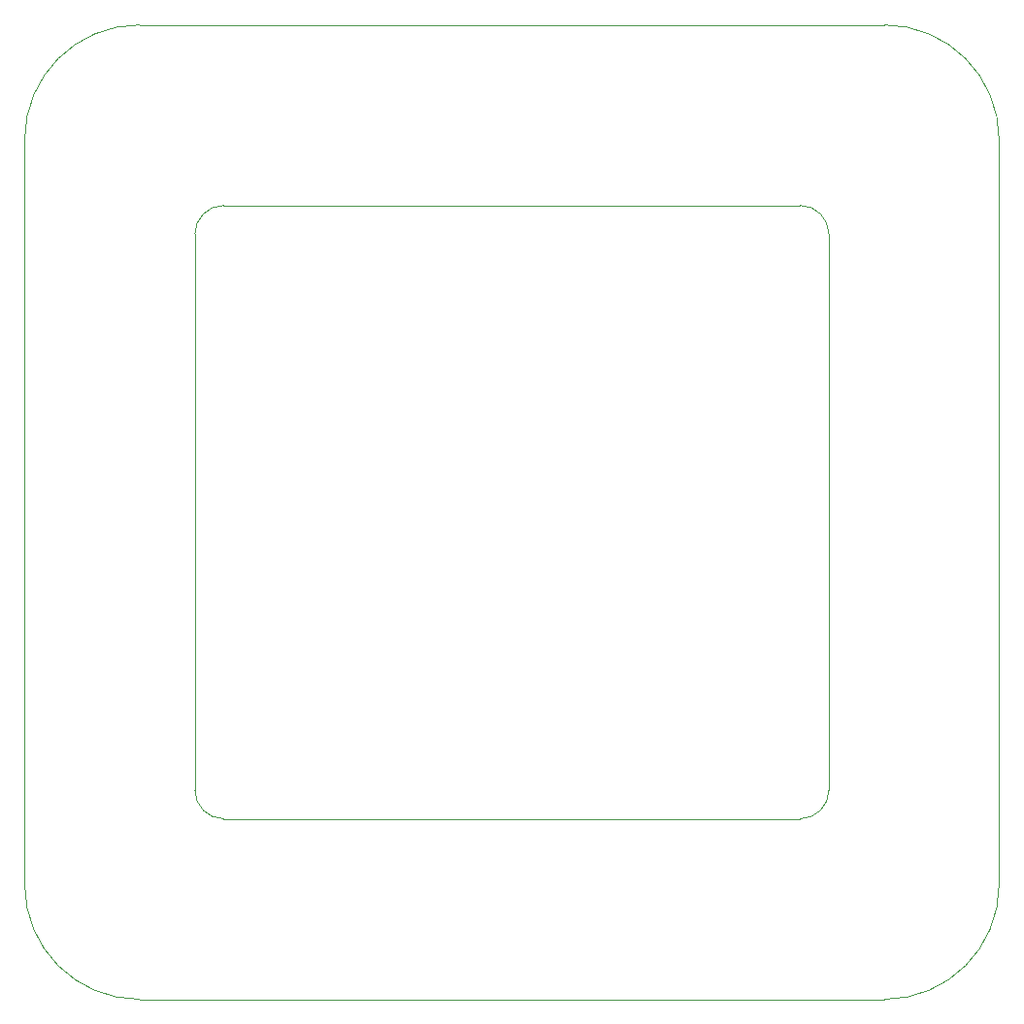
<source format=gm1>
G04 #@! TF.GenerationSoftware,KiCad,Pcbnew,(5.1.2-1)-1*
G04 #@! TF.CreationDate,2020-08-22T16:28:59-05:00*
G04 #@! TF.ProjectId,Core64 CB v0.4,436f7265-3634-4204-9342-2076302e342e,0.3*
G04 #@! TF.SameCoordinates,Original*
G04 #@! TF.FileFunction,Profile,NP*
%FSLAX46Y46*%
G04 Gerber Fmt 4.6, Leading zero omitted, Abs format (unit mm)*
G04 Created by KiCad (PCBNEW (5.1.2-1)-1) date 2020-08-22 16:28:59*
%MOMM*%
%LPD*%
G04 APERTURE LIST*
%ADD10C,0.050000*%
G04 APERTURE END LIST*
D10*
X42500000Y-32500000D02*
G75*
G02X32500000Y-42500000I-10000000J0D01*
G01*
X-32500000Y42500000D02*
G75*
G03X-42500000Y32500000I0J-10000000D01*
G01*
X32500000Y42500000D02*
G75*
G02X42500000Y32500000I0J-10000000D01*
G01*
X-42500000Y-32500000D02*
G75*
G03X-32500000Y-42500000I10000000J0D01*
G01*
X27650000Y24250000D02*
G75*
G03X25150000Y26750000I-2500000J0D01*
G01*
X27650000Y-24250000D02*
G75*
G02X25150000Y-26750000I-2500000J0D01*
G01*
X-27650000Y-24250000D02*
G75*
G03X-25150000Y-26750000I2500000J0D01*
G01*
X-27650000Y24250000D02*
G75*
G02X-25150000Y26750000I2500000J0D01*
G01*
X-32500000Y-42500000D02*
X32500000Y-42500000D01*
X42500000Y32500000D02*
X42500000Y-32500000D01*
X-27650000Y24250000D02*
X-27650000Y-24250000D01*
X25150000Y26750000D02*
X-25150000Y26750000D01*
X27650000Y-24250000D02*
X27650000Y24250000D01*
X-25150000Y-26750000D02*
X25150000Y-26750000D01*
X-42500000Y-32500000D02*
X-42500000Y32500000D01*
X-32500000Y42500000D02*
X32500000Y42500000D01*
M02*

</source>
